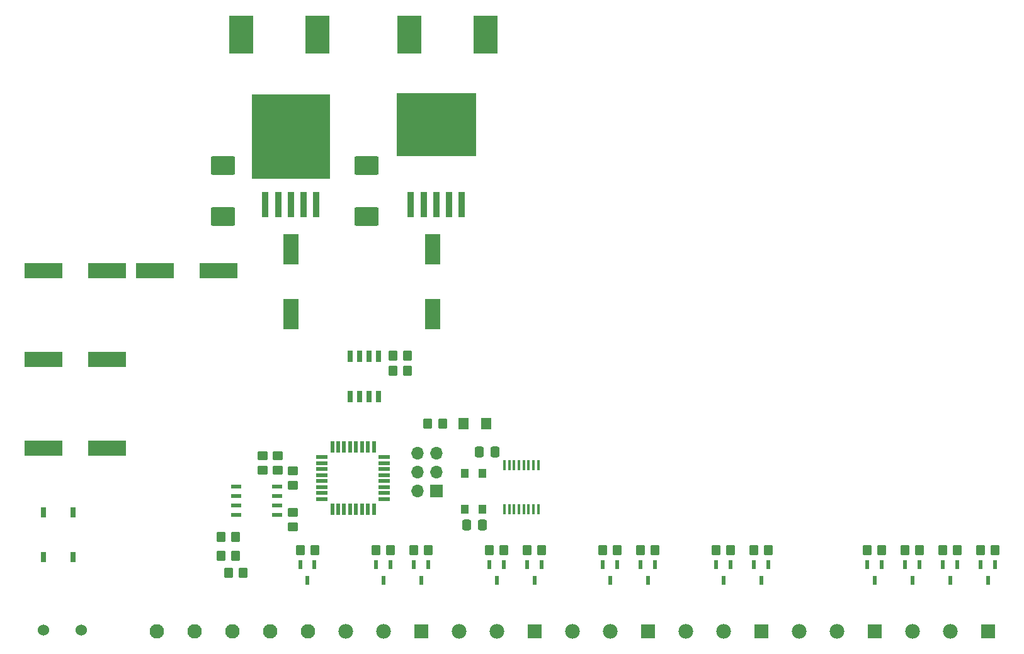
<source format=gts>
%TF.GenerationSoftware,KiCad,Pcbnew,7.0.6*%
%TF.CreationDate,2025-01-03T16:41:25+10:30*%
%TF.ProjectId,Security Panel Mainboard,53656375-7269-4747-9920-50616e656c20,rev?*%
%TF.SameCoordinates,Original*%
%TF.FileFunction,Soldermask,Top*%
%TF.FilePolarity,Negative*%
%FSLAX46Y46*%
G04 Gerber Fmt 4.6, Leading zero omitted, Abs format (unit mm)*
G04 Created by KiCad (PCBNEW 7.0.6) date 2025-01-03 16:41:25*
%MOMM*%
%LPD*%
G01*
G04 APERTURE LIST*
G04 Aperture macros list*
%AMRoundRect*
0 Rectangle with rounded corners*
0 $1 Rounding radius*
0 $2 $3 $4 $5 $6 $7 $8 $9 X,Y pos of 4 corners*
0 Add a 4 corners polygon primitive as box body*
4,1,4,$2,$3,$4,$5,$6,$7,$8,$9,$2,$3,0*
0 Add four circle primitives for the rounded corners*
1,1,$1+$1,$2,$3*
1,1,$1+$1,$4,$5*
1,1,$1+$1,$6,$7*
1,1,$1+$1,$8,$9*
0 Add four rect primitives between the rounded corners*
20,1,$1+$1,$2,$3,$4,$5,0*
20,1,$1+$1,$4,$5,$6,$7,0*
20,1,$1+$1,$6,$7,$8,$9,0*
20,1,$1+$1,$8,$9,$2,$3,0*%
G04 Aperture macros list end*
%ADD10R,0.650000X1.525000*%
%ADD11RoundRect,0.250000X0.450000X-0.350000X0.450000X0.350000X-0.450000X0.350000X-0.450000X-0.350000X0*%
%ADD12R,0.600000X1.300000*%
%ADD13RoundRect,0.250000X-0.350000X-0.450000X0.350000X-0.450000X0.350000X0.450000X-0.350000X0.450000X0*%
%ADD14R,1.092200X1.193800*%
%ADD15RoundRect,0.250000X0.350000X0.450000X-0.350000X0.450000X-0.350000X-0.450000X0.350000X-0.450000X0*%
%ADD16RoundRect,0.250000X-0.450000X0.350000X-0.450000X-0.350000X0.450000X-0.350000X0.450000X0.350000X0*%
%ADD17R,1.980000X1.980000*%
%ADD18C,1.980000*%
%ADD19R,5.100000X2.150000*%
%ADD20R,1.400000X1.500000*%
%ADD21R,1.454899X0.532600*%
%ADD22R,3.300000X5.050000*%
%ADD23R,1.700000X1.700000*%
%ADD24O,1.700000X1.700000*%
%ADD25R,0.550000X1.500000*%
%ADD26R,1.500000X0.550000*%
%ADD27RoundRect,0.250000X-1.400000X-1.000000X1.400000X-1.000000X1.400000X1.000000X-1.400000X1.000000X0*%
%ADD28C,1.524000*%
%ADD29R,2.000000X4.100000*%
%ADD30R,0.939000X3.493999*%
%ADD31R,10.464800X11.379200*%
%ADD32R,0.354800X1.402099*%
%ADD33R,0.964400X3.493999*%
%ADD34R,10.718800X8.458200*%
%ADD35RoundRect,0.250000X0.337500X0.475000X-0.337500X0.475000X-0.337500X-0.475000X0.337500X-0.475000X0*%
%ADD36C,1.950000*%
%ADD37R,0.761200X1.454899*%
G04 APERTURE END LIST*
D10*
%TO.C,IC1*%
X116713000Y-113874000D03*
X115443000Y-113874000D03*
X114173000Y-113874000D03*
X112903000Y-113874000D03*
X112903000Y-119298000D03*
X114173000Y-119298000D03*
X115443000Y-119298000D03*
X116713000Y-119298000D03*
%TD*%
D11*
%TO.C,R18*%
X103124000Y-129270000D03*
X103124000Y-127270000D03*
%TD*%
D12*
%TO.C,Q9*%
X164018000Y-141918000D03*
X162118000Y-141918000D03*
X163068000Y-144018000D03*
%TD*%
D13*
%TO.C,R5*%
X121428000Y-139954000D03*
X123428000Y-139954000D03*
%TD*%
D12*
%TO.C,Q7*%
X148778000Y-141918000D03*
X146878000Y-141918000D03*
X147828000Y-144018000D03*
%TD*%
D14*
%TO.C,Y1*%
X130663800Y-134454900D03*
X128263800Y-134454900D03*
X128263800Y-129654300D03*
X130663800Y-129654300D03*
%TD*%
D15*
%TO.C,R13*%
X189468000Y-139954000D03*
X187468000Y-139954000D03*
%TD*%
D12*
%TO.C,Q3*%
X118298000Y-141918000D03*
X116398000Y-141918000D03*
X117348000Y-144018000D03*
%TD*%
D13*
%TO.C,R8*%
X146828000Y-139954000D03*
X148828000Y-139954000D03*
%TD*%
D16*
%TO.C,R17*%
X105156000Y-134890000D03*
X105156000Y-136890000D03*
%TD*%
D17*
%TO.C,J5*%
X183388000Y-150876000D03*
D18*
X178308000Y-150876000D03*
X173228000Y-150876000D03*
%TD*%
D19*
%TO.C,C3*%
X80246000Y-126238000D03*
X71646000Y-126238000D03*
%TD*%
D20*
%TO.C,LED1*%
X131143000Y-122936000D03*
X128143000Y-122936000D03*
%TD*%
D21*
%TO.C,U11*%
X103051348Y-135255000D03*
X103051348Y-133985000D03*
X103051348Y-132715000D03*
X103051348Y-131445000D03*
X97608652Y-131445000D03*
X97608652Y-132715000D03*
X97608652Y-133985000D03*
X97608652Y-135255000D03*
%TD*%
D22*
%TO.C,L1*%
X98278000Y-70612000D03*
X108478000Y-70612000D03*
%TD*%
D13*
%TO.C,R2*%
X106188000Y-139954000D03*
X108188000Y-139954000D03*
%TD*%
D23*
%TO.C,J9*%
X124465000Y-132065000D03*
D24*
X121925000Y-132065000D03*
X124465000Y-129525000D03*
X121925000Y-129525000D03*
X124465000Y-126985000D03*
X121925000Y-126985000D03*
%TD*%
D12*
%TO.C,Q6*%
X138618000Y-141918000D03*
X136718000Y-141918000D03*
X137668000Y-144018000D03*
%TD*%
D25*
%TO.C,U1*%
X110484000Y-134502000D03*
X111284000Y-134502000D03*
X112084000Y-134502000D03*
X112884000Y-134502000D03*
X113684000Y-134502000D03*
X114484000Y-134502000D03*
X115284000Y-134502000D03*
X116084000Y-134502000D03*
D26*
X117484000Y-133102000D03*
X117484000Y-132302000D03*
X117484000Y-131502000D03*
X117484000Y-130702000D03*
X117484000Y-129902000D03*
X117484000Y-129102000D03*
X117484000Y-128302000D03*
X117484000Y-127502000D03*
D25*
X116084000Y-126102000D03*
X115284000Y-126102000D03*
X114484000Y-126102000D03*
X113684000Y-126102000D03*
X112884000Y-126102000D03*
X112084000Y-126102000D03*
X111284000Y-126102000D03*
X110484000Y-126102000D03*
D26*
X109084000Y-127502000D03*
X109084000Y-128302000D03*
X109084000Y-129102000D03*
X109084000Y-129902000D03*
X109084000Y-130702000D03*
X109084000Y-131502000D03*
X109084000Y-132302000D03*
X109084000Y-133102000D03*
%TD*%
D27*
%TO.C,D1*%
X95758000Y-88294000D03*
X95758000Y-95094000D03*
%TD*%
D13*
%TO.C,R7*%
X151908000Y-139954000D03*
X153908000Y-139954000D03*
%TD*%
D28*
%TO.C,J8*%
X71653400Y-150775299D03*
X76733400Y-150775299D03*
%TD*%
D27*
%TO.C,D2*%
X115062000Y-88294000D03*
X115062000Y-95094000D03*
%TD*%
D17*
%TO.C,J3*%
X152908000Y-150876000D03*
D18*
X147828000Y-150876000D03*
X142748000Y-150876000D03*
%TD*%
D15*
%TO.C,R23*%
X97520000Y-140716000D03*
X95520000Y-140716000D03*
%TD*%
D17*
%TO.C,J2*%
X137668000Y-150876000D03*
D18*
X132588000Y-150876000D03*
X127508000Y-150876000D03*
%TD*%
D16*
%TO.C,R20*%
X105156000Y-129302000D03*
X105156000Y-131302000D03*
%TD*%
D13*
%TO.C,R10*%
X192548000Y-139954000D03*
X194548000Y-139954000D03*
%TD*%
%TO.C,R3*%
X116348000Y-139954000D03*
X118348000Y-139954000D03*
%TD*%
D29*
%TO.C,C8*%
X104902000Y-108236000D03*
X104902000Y-99536000D03*
%TD*%
D13*
%TO.C,R4*%
X131588000Y-139954000D03*
X133588000Y-139954000D03*
%TD*%
D12*
%TO.C,Q4*%
X123378000Y-141918000D03*
X121478000Y-141918000D03*
X122428000Y-144018000D03*
%TD*%
%TO.C,Q2*%
X108104000Y-141918000D03*
X106204000Y-141918000D03*
X107154000Y-144018000D03*
%TD*%
D13*
%TO.C,R9*%
X136668000Y-139954000D03*
X138668000Y-139954000D03*
%TD*%
%TO.C,R21*%
X96536000Y-143002000D03*
X98536000Y-143002000D03*
%TD*%
D16*
%TO.C,R19*%
X101092000Y-127270000D03*
X101092000Y-129270000D03*
%TD*%
D30*
%TO.C,U2*%
X101498400Y-93472000D03*
X103200200Y-93472000D03*
X104902000Y-93472000D03*
X106603800Y-93472000D03*
X108305600Y-93472000D03*
D31*
X104902000Y-84328000D03*
%TD*%
D17*
%TO.C,J1*%
X122428000Y-150876000D03*
D18*
X117348000Y-150876000D03*
X112268000Y-150876000D03*
%TD*%
D15*
%TO.C,R15*%
X120634000Y-113792000D03*
X118634000Y-113792000D03*
%TD*%
%TO.C,R14*%
X184388000Y-139954000D03*
X182388000Y-139954000D03*
%TD*%
D17*
%TO.C,J4*%
X168148000Y-150876000D03*
D18*
X163068000Y-150876000D03*
X157988000Y-150876000D03*
%TD*%
D22*
%TO.C,L2*%
X120884000Y-70612000D03*
X131084000Y-70612000D03*
%TD*%
D12*
%TO.C,Q10*%
X184338000Y-141918000D03*
X182438000Y-141918000D03*
X183388000Y-144018000D03*
%TD*%
D32*
%TO.C,U5*%
X133640401Y-134482848D03*
X134290399Y-134482848D03*
X134940401Y-134482848D03*
X135590399Y-134482848D03*
X136240398Y-134482848D03*
X136890399Y-134482848D03*
X137540398Y-134482848D03*
X138190399Y-134482848D03*
X138190399Y-128584952D03*
X137540401Y-128584952D03*
X136890399Y-128584952D03*
X136240401Y-128584952D03*
X135590402Y-128584952D03*
X134940401Y-128584952D03*
X134290402Y-128584952D03*
X133640401Y-128584952D03*
%TD*%
D12*
%TO.C,Q12*%
X194498000Y-141918000D03*
X192598000Y-141918000D03*
X193548000Y-144018000D03*
%TD*%
%TO.C,Q8*%
X153858000Y-141918000D03*
X151958000Y-141918000D03*
X152908000Y-144018000D03*
%TD*%
D33*
%TO.C,U3*%
X121056400Y-93500200D03*
X122758200Y-93500200D03*
X124460000Y-93500200D03*
X126161800Y-93500200D03*
X127863600Y-93500200D03*
D34*
X124460000Y-82717900D03*
%TD*%
D12*
%TO.C,Q13*%
X199578000Y-141918000D03*
X197678000Y-141918000D03*
X198628000Y-144018000D03*
%TD*%
D35*
%TO.C,C1*%
X130653700Y-136575800D03*
X128578700Y-136575800D03*
%TD*%
%TO.C,C2*%
X132355500Y-126746000D03*
X130280500Y-126746000D03*
%TD*%
D15*
%TO.C,R11*%
X199628000Y-139954000D03*
X197628000Y-139954000D03*
%TD*%
D17*
%TO.C,J6*%
X198628000Y-150876000D03*
D18*
X193548000Y-150876000D03*
X188468000Y-150876000D03*
%TD*%
D13*
%TO.C,R12*%
X167148000Y-139954000D03*
X169148000Y-139954000D03*
%TD*%
D15*
%TO.C,R16*%
X120634000Y-115824000D03*
X118634000Y-115824000D03*
%TD*%
D36*
%TO.C,J7*%
X107188000Y-150876000D03*
X102108000Y-150876000D03*
X97028000Y-150876000D03*
X91948000Y-150876000D03*
X86868000Y-150876000D03*
%TD*%
D37*
%TO.C,U4*%
X75660001Y-134895852D03*
X75660001Y-140948148D03*
X71659999Y-134895852D03*
X71659999Y-140948148D03*
%TD*%
D13*
%TO.C,R6*%
X162068000Y-139954000D03*
X164068000Y-139954000D03*
%TD*%
D19*
%TO.C,C4*%
X80246000Y-114300000D03*
X71646000Y-114300000D03*
%TD*%
D15*
%TO.C,R1*%
X125333000Y-122936000D03*
X123333000Y-122936000D03*
%TD*%
%TO.C,R22*%
X97520000Y-138176000D03*
X95520000Y-138176000D03*
%TD*%
D19*
%TO.C,C9*%
X80246000Y-102362000D03*
X71646000Y-102362000D03*
%TD*%
D29*
%TO.C,C7*%
X123952000Y-108236000D03*
X123952000Y-99536000D03*
%TD*%
D12*
%TO.C,Q1*%
X169098000Y-141918000D03*
X167198000Y-141918000D03*
X168148000Y-144018000D03*
%TD*%
D19*
%TO.C,C10*%
X86632000Y-102362000D03*
X95232000Y-102362000D03*
%TD*%
D12*
%TO.C,Q5*%
X133538000Y-141918000D03*
X131638000Y-141918000D03*
X132588000Y-144018000D03*
%TD*%
%TO.C,Q11*%
X189418000Y-141918000D03*
X187518000Y-141918000D03*
X188468000Y-144018000D03*
%TD*%
M02*

</source>
